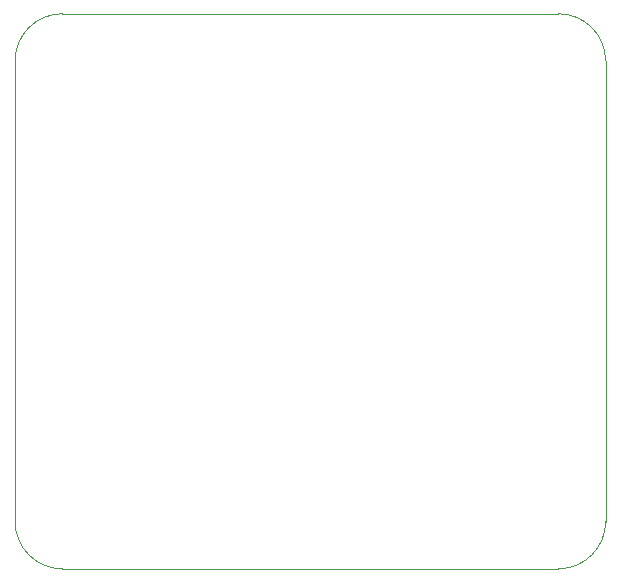
<source format=gbr>
%TF.GenerationSoftware,KiCad,Pcbnew,8.0.8*%
%TF.CreationDate,2025-02-03T14:39:09+00:00*%
%TF.ProjectId,stepper_monitor,73746570-7065-4725-9f6d-6f6e69746f72,rev?*%
%TF.SameCoordinates,Original*%
%TF.FileFunction,Profile,NP*%
%FSLAX46Y46*%
G04 Gerber Fmt 4.6, Leading zero omitted, Abs format (unit mm)*
G04 Created by KiCad (PCBNEW 8.0.8) date 2025-02-03 14:39:09*
%MOMM*%
%LPD*%
G01*
G04 APERTURE LIST*
%TA.AperFunction,Profile*%
%ADD10C,0.050000*%
%TD*%
G04 APERTURE END LIST*
D10*
X0Y40000000D02*
X0Y1000000D01*
X4000000Y-3000000D02*
X46000000Y-3000000D01*
X50000000Y1000000D02*
X50000000Y40000000D01*
X4000000Y44000000D02*
X46000000Y44000000D01*
X0Y40000000D02*
G75*
G02*
X4000000Y44000000I4000000J0D01*
G01*
X50000000Y1000000D02*
G75*
G02*
X46000000Y-3000000I-4000000J0D01*
G01*
X4000000Y-3000000D02*
G75*
G02*
X0Y1000000I0J4000000D01*
G01*
X46000000Y44000000D02*
G75*
G02*
X50000000Y40000000I0J-4000000D01*
G01*
M02*

</source>
